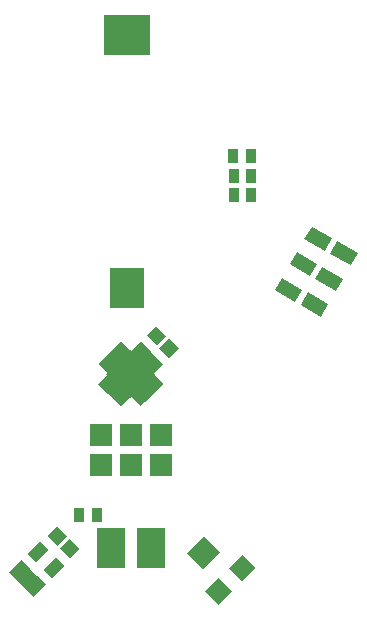
<source format=gbs>
G04 #@! TF.FileFunction,Soldermask,Bot*
%FSLAX46Y46*%
G04 Gerber Fmt 4.6, Leading zero omitted, Abs format (unit mm)*
G04 Created by KiCad (PCBNEW 4.0.5+dfsg1-4) date Thu Nov 23 17:58:13 2017*
%MOMM*%
%LPD*%
G01*
G04 APERTURE LIST*
%ADD10C,0.100000*%
%ADD11R,3.000000X3.400000*%
%ADD12R,4.000000X3.400000*%
%ADD13R,1.924000X1.924000*%
%ADD14R,0.900000X1.300000*%
%ADD15R,2.400000X3.400000*%
G04 APERTURE END LIST*
D10*
D11*
X137517862Y-117589639D03*
D12*
X137517862Y-96152039D03*
D10*
G36*
X140867190Y-121639018D02*
X140054018Y-122452190D01*
X139205490Y-121603662D01*
X140018662Y-120790490D01*
X140867190Y-121639018D01*
X140867190Y-121639018D01*
G37*
G36*
X141927850Y-122699678D02*
X141114678Y-123512850D01*
X140266150Y-122664322D01*
X141079322Y-121851150D01*
X141927850Y-122699678D01*
X141927850Y-122699678D01*
G37*
G36*
X131906060Y-139611284D02*
X132719232Y-138798112D01*
X133567760Y-139646640D01*
X132754588Y-140459812D01*
X131906060Y-139611284D01*
X131906060Y-139611284D01*
G37*
G36*
X130845400Y-138550624D02*
X131658572Y-137737452D01*
X132507100Y-138585980D01*
X131693928Y-139399152D01*
X130845400Y-138550624D01*
X130845400Y-138550624D01*
G37*
D13*
X140462000Y-130048000D03*
X137922000Y-130048000D03*
X137922000Y-132588000D03*
X140462000Y-132588000D03*
X135382000Y-130048000D03*
X135382000Y-132588000D03*
D14*
X146570000Y-109728000D03*
X148070000Y-109728000D03*
X146570000Y-108077000D03*
X148070000Y-108077000D03*
X146558000Y-106426000D03*
X148058000Y-106426000D03*
D15*
X139572582Y-139606632D03*
X136172582Y-139606632D03*
D14*
X134988582Y-136812629D03*
X133488582Y-136812629D03*
D10*
G36*
X147296041Y-140154818D02*
X148427412Y-141286189D01*
X147296041Y-142417560D01*
X146164670Y-141286189D01*
X147296041Y-140154818D01*
X147296041Y-140154818D01*
G37*
G36*
X145316142Y-142134717D02*
X146447513Y-143266088D01*
X145316142Y-144397459D01*
X144184771Y-143266088D01*
X145316142Y-142134717D01*
X145316142Y-142134717D01*
G37*
G36*
X144050421Y-138606255D02*
X145393924Y-139949758D01*
X143979711Y-141363971D01*
X142636208Y-140020468D01*
X144050421Y-138606255D01*
X144050421Y-138606255D01*
G37*
G36*
X152837839Y-117965923D02*
X154569889Y-118965923D01*
X153969889Y-120005153D01*
X152237839Y-119005153D01*
X152837839Y-117965923D01*
X152837839Y-117965923D01*
G37*
G36*
X154087839Y-115800859D02*
X155819889Y-116800859D01*
X155219889Y-117840089D01*
X153487839Y-116840089D01*
X154087839Y-115800859D01*
X154087839Y-115800859D01*
G37*
G36*
X155337839Y-113635796D02*
X157069889Y-114635796D01*
X156469889Y-115675026D01*
X154737839Y-114675026D01*
X155337839Y-113635796D01*
X155337839Y-113635796D01*
G37*
G36*
X150672776Y-116715923D02*
X152404826Y-117715923D01*
X151804826Y-118755153D01*
X150072776Y-117755153D01*
X150672776Y-116715923D01*
X150672776Y-116715923D01*
G37*
G36*
X151922776Y-114550859D02*
X153654826Y-115550859D01*
X153054826Y-116590089D01*
X151322776Y-115590089D01*
X151922776Y-114550859D01*
X151922776Y-114550859D01*
G37*
G36*
X153172776Y-112385796D02*
X154904826Y-113385796D01*
X154304826Y-114425026D01*
X152572776Y-113425026D01*
X153172776Y-112385796D01*
X153172776Y-112385796D01*
G37*
G36*
X129669557Y-143721619D02*
X128927095Y-142979157D01*
X129959471Y-141946781D01*
X130701933Y-142689243D01*
X129669557Y-143721619D01*
X129669557Y-143721619D01*
G37*
G36*
X128997806Y-143049867D02*
X128255344Y-142307405D01*
X129287720Y-141275029D01*
X130030182Y-142017491D01*
X128997806Y-143049867D01*
X128997806Y-143049867D01*
G37*
G36*
X128326054Y-142378116D02*
X127583592Y-141635654D01*
X128615968Y-140603278D01*
X129358430Y-141345740D01*
X128326054Y-142378116D01*
X128326054Y-142378116D01*
G37*
G36*
X129881689Y-140822481D02*
X129139227Y-140080019D01*
X130171603Y-139047643D01*
X130914065Y-139790105D01*
X129881689Y-140822481D01*
X129881689Y-140822481D01*
G37*
G36*
X131225192Y-142165984D02*
X130482730Y-141423522D01*
X131515106Y-140391146D01*
X132257568Y-141133608D01*
X131225192Y-142165984D01*
X131225192Y-142165984D01*
G37*
G36*
X135113853Y-124022614D02*
X135608828Y-123527639D01*
X136407859Y-124326670D01*
X135912884Y-124821645D01*
X135113853Y-124022614D01*
X135113853Y-124022614D01*
G37*
G36*
X135467407Y-123669061D02*
X135962382Y-123174086D01*
X136761413Y-123973117D01*
X136266438Y-124468092D01*
X135467407Y-123669061D01*
X135467407Y-123669061D01*
G37*
G36*
X135820960Y-123315507D02*
X136315935Y-122820532D01*
X137114966Y-123619563D01*
X136619991Y-124114538D01*
X135820960Y-123315507D01*
X135820960Y-123315507D01*
G37*
G36*
X136174514Y-122961954D02*
X136669489Y-122466979D01*
X137468520Y-123266010D01*
X136973545Y-123760985D01*
X136174514Y-122961954D01*
X136174514Y-122961954D01*
G37*
G36*
X136528067Y-122608400D02*
X137023042Y-122113425D01*
X137822073Y-122912456D01*
X137327098Y-123407431D01*
X136528067Y-122608400D01*
X136528067Y-122608400D01*
G37*
G36*
X138691814Y-122113425D02*
X139186789Y-122608400D01*
X138387758Y-123407431D01*
X137892783Y-122912456D01*
X138691814Y-122113425D01*
X138691814Y-122113425D01*
G37*
G36*
X139045367Y-122466979D02*
X139540342Y-122961954D01*
X138741311Y-123760985D01*
X138246336Y-123266010D01*
X139045367Y-122466979D01*
X139045367Y-122466979D01*
G37*
G36*
X139398921Y-122820532D02*
X139893896Y-123315507D01*
X139094865Y-124114538D01*
X138599890Y-123619563D01*
X139398921Y-122820532D01*
X139398921Y-122820532D01*
G37*
G36*
X139752474Y-123174086D02*
X140247449Y-123669061D01*
X139448418Y-124468092D01*
X138953443Y-123973117D01*
X139752474Y-123174086D01*
X139752474Y-123174086D01*
G37*
G36*
X140106028Y-123527639D02*
X140601003Y-124022614D01*
X139801972Y-124821645D01*
X139306997Y-124326670D01*
X140106028Y-123527639D01*
X140106028Y-123527639D01*
G37*
G36*
X139306997Y-125387330D02*
X139801972Y-124892355D01*
X140601003Y-125691386D01*
X140106028Y-126186361D01*
X139306997Y-125387330D01*
X139306997Y-125387330D01*
G37*
G36*
X138953443Y-125740883D02*
X139448418Y-125245908D01*
X140247449Y-126044939D01*
X139752474Y-126539914D01*
X138953443Y-125740883D01*
X138953443Y-125740883D01*
G37*
G36*
X138599890Y-126094437D02*
X139094865Y-125599462D01*
X139893896Y-126398493D01*
X139398921Y-126893468D01*
X138599890Y-126094437D01*
X138599890Y-126094437D01*
G37*
G36*
X138246336Y-126447990D02*
X138741311Y-125953015D01*
X139540342Y-126752046D01*
X139045367Y-127247021D01*
X138246336Y-126447990D01*
X138246336Y-126447990D01*
G37*
G36*
X137892783Y-126801544D02*
X138387758Y-126306569D01*
X139186789Y-127105600D01*
X138691814Y-127600575D01*
X137892783Y-126801544D01*
X137892783Y-126801544D01*
G37*
G36*
X137327098Y-126306569D02*
X137822073Y-126801544D01*
X137023042Y-127600575D01*
X136528067Y-127105600D01*
X137327098Y-126306569D01*
X137327098Y-126306569D01*
G37*
G36*
X136973545Y-125953015D02*
X137468520Y-126447990D01*
X136669489Y-127247021D01*
X136174514Y-126752046D01*
X136973545Y-125953015D01*
X136973545Y-125953015D01*
G37*
G36*
X136619991Y-125599462D02*
X137114966Y-126094437D01*
X136315935Y-126893468D01*
X135820960Y-126398493D01*
X136619991Y-125599462D01*
X136619991Y-125599462D01*
G37*
G36*
X136266438Y-125245908D02*
X136761413Y-125740883D01*
X135962382Y-126539914D01*
X135467407Y-126044939D01*
X136266438Y-125245908D01*
X136266438Y-125245908D01*
G37*
G36*
X135912884Y-124892355D02*
X136407859Y-125387330D01*
X135608828Y-126186361D01*
X135113853Y-125691386D01*
X135912884Y-124892355D01*
X135912884Y-124892355D01*
G37*
G36*
X137574585Y-124857000D02*
X138741311Y-123690274D01*
X139908037Y-124857000D01*
X138741311Y-126023726D01*
X137574585Y-124857000D01*
X137574585Y-124857000D01*
G37*
G36*
X136690702Y-125740883D02*
X137857428Y-124574157D01*
X139024154Y-125740883D01*
X137857428Y-126907609D01*
X136690702Y-125740883D01*
X136690702Y-125740883D01*
G37*
G36*
X136690702Y-123973117D02*
X137857428Y-122806391D01*
X139024154Y-123973117D01*
X137857428Y-125139843D01*
X136690702Y-123973117D01*
X136690702Y-123973117D01*
G37*
G36*
X135806819Y-124857000D02*
X136973545Y-123690274D01*
X138140271Y-124857000D01*
X136973545Y-126023726D01*
X135806819Y-124857000D01*
X135806819Y-124857000D01*
G37*
M02*

</source>
